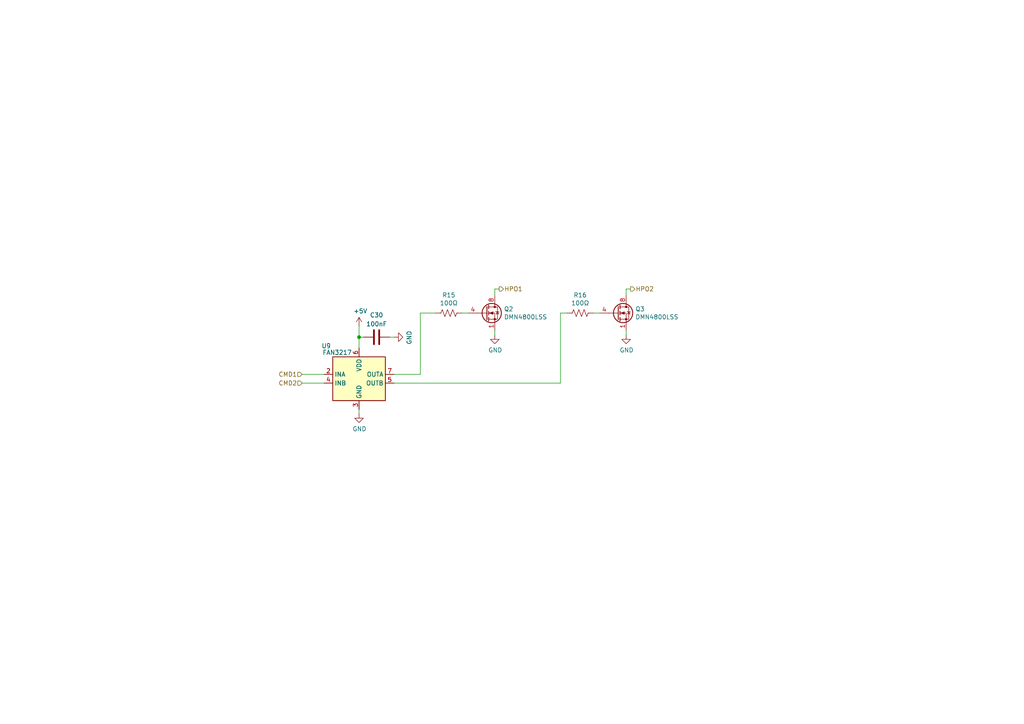
<source format=kicad_sch>
(kicad_sch (version 20231120) (generator "eeschema") (generator_version "8.0")
  (paper "A4")
  (title_block (title "High Power Outputs") (rev "1.1") (comment 2 "Released under CC BY-NC-SA license"))
  (lib_symbols
    (symbol "Device:C" (pin_numbers hide) (pin_names (offset 0.254))
      (property "Reference" "C" (at 0.635 2.54 0))
      (property "Value" "C" (at 0.635 -2.54 0))
      (symbol "C_0_1"
        (polyline (pts (xy -2.032 -0.762) (xy 2.032 -0.762)) (stroke (width 0.508)))
        (polyline (pts (xy -2.032 0.762) (xy 2.032 0.762)) (stroke (width 0.508)))
      )
      (symbol "C_1_1"
        (pin passive line (at 0 3.81 270) (length 2.794) (name "~") (number "1"))
        (pin passive line (at 0 -3.81 90) (length 2.794) (name "~") (number "2"))
      )
    )
    (symbol "Device:R_US" (pin_numbers hide) (pin_names (offset 0))
      (property "Reference" "R" (at 2.54 0 90))
      (property "Value" "R_US" (at -2.54 0 90))
      (symbol "R_US_0_1"
        (polyline (pts (xy 0 -2.286) (xy 0 -2.54)))
        (polyline (pts (xy 0 2.286) (xy 0 2.54)))
        (polyline (pts (xy 0 -0.762) (xy 1.016 -1.143) (xy 0 -1.524) (xy -1.016 -1.905) (xy 0 -2.286)))
        (polyline (pts (xy 0 0.762) (xy 1.016 0.381) (xy 0 0) (xy -1.016 -0.381) (xy 0 -0.762)))
        (polyline (pts (xy 0 2.286) (xy 1.016 1.905) (xy 0 1.524) (xy -1.016 1.143) (xy 0 0.762)))
      )
      (symbol "R_US_1_1"
        (pin passive line (at 0 3.81 270) (length 1.27) (name "~") (number "1"))
        (pin passive line (at 0 -3.81 90) (length 1.27) (name "~") (number "2"))
      )
    )
    (symbol "Nuovi_componenti:DMN4800LSS" (pin_names hide)
      (property "Reference" "Q" (at 5.08 2.54 0))
      (property "Value" "DMN4800LSS" (at 5.08 0 0))
      (symbol "DMN4800LSS_0_1"
        (polyline (pts (xy 0.254 0) (xy -2.54 0)))
        (polyline (pts (xy 0.254 1.905) (xy 0.254 -1.905)) (stroke (width 0.254)))
        (polyline (pts (xy 0.762 -1.27) (xy 0.762 -2.286)) (stroke (width 0.254)))
        (polyline (pts (xy 0.762 0.508) (xy 0.762 -0.508)) (stroke (width 0.254)))
        (polyline (pts (xy 0.762 2.286) (xy 0.762 1.27)) (stroke (width 0.254)))
        (polyline (pts (xy 2.54 2.54) (xy 2.54 1.778)))
        (polyline (pts (xy 2.54 -2.54) (xy 2.54 0) (xy 0.762 0)))
        (polyline (pts (xy 0.762 -1.778) (xy 3.302 -1.778) (xy 3.302 1.778) (xy 0.762 1.778)))
        (polyline (pts (xy 1.016 0) (xy 2.032 0.381) (xy 2.032 -0.381) (xy 1.016 0)) (fill (type outline)))
        (polyline (pts (xy 2.794 0.508) (xy 2.921 0.381) (xy 3.683 0.381) (xy 3.81 0.254)))
        (polyline (pts (xy 3.302 0.381) (xy 2.921 -0.254) (xy 3.683 -0.254) (xy 3.302 0.381)))
        (circle (center 1.651 0) (radius 2.794) (stroke (width 0.254)))
        (circle (center 2.54 -1.778) (radius 0.254) (fill (type outline)))
        (circle (center 2.54 1.778) (radius 0.254) (fill (type outline)))
      )
      (symbol "DMN4800LSS_1_1"
        (pin passive line (at 2.54 -5.08 90) (length 2.54) (name "S") (number "1"))
        (pin passive line (at 2.54 -5.08 90) (length 2.54) hide (name "S") (number "2"))
        (pin passive line (at 2.54 -5.08 90) (length 2.54) hide (name "S") (number "3"))
        (pin input line (at -5.08 0 0) (length 2.54) (name "G") (number "4"))
        (pin passive line (at 2.54 5.08 270) (length 2.54) hide (name "D") (number "5"))
        (pin passive line (at 2.54 5.08 270) (length 2.54) hide (name "D") (number "6"))
        (pin passive line (at 2.54 5.08 270) (length 2.54) hide (name "D") (number "7"))
        (pin passive line (at 2.54 5.08 270) (length 2.54) (name "D") (number "8"))
      )
    )
    (symbol "Nuovi_componenti:FAN3217"
      (property "Reference" "U" (at -2.54 13.97 0))
      (property "Value" "FAN3217" (at -2.54 11.43 0))
      (symbol "FAN3217_0_1"
        (rectangle (start -7.62 10.16) (end 7.62 -2.54) (stroke (width 0.254)) (fill (type background)))
      )
      (symbol "FAN3217_1_1"
        (pin input line (at -10.16 5.08 0) (length 2.54) (name "INA") (number "2"))
        (pin power_in line (at 0 -5.08 90) (length 2.54) (name "GND") (number "3"))
        (pin input line (at -10.16 2.54 0) (length 2.54) (name "INB") (number "4"))
        (pin output line (at 10.16 2.54 180) (length 2.54) (name "OUTB") (number "5"))
        (pin power_in line (at 0 12.7 270) (length 2.54) (name "VDD") (number "6"))
        (pin output line (at 10.16 5.08 180) (length 2.54) (name "OUTA") (number "7"))
      )
    )
    (symbol "power:+5V" (power) (pin_names (offset 0))
      (property "Value" "+5V" (at 0 3.556 0))
      (symbol "+5V_0_1"
        (polyline (pts (xy -0.762 1.27) (xy 0 2.54)))
        (polyline (pts (xy 0 0) (xy 0 2.54)))
        (polyline (pts (xy 0 2.54) (xy 0.762 1.27)))
      )
      (symbol "+5V_1_1"
        (pin power_in line (at 0 0 90) (length 0) hide (name "+5V") (number "1"))
      )
    )
    (symbol "power:GND" (power) (pin_names (offset 0))
      (property "Value" "GND" (at 0 -3.81 0))
      (symbol "GND_0_1"
        (polyline (pts (xy 0 0) (xy 0 -1.27) (xy 1.27 -1.27) (xy 0 -2.54) (xy -1.27 -1.27) (xy 0 -1.27)))
      )
      (symbol "GND_1_1"
        (pin power_in line (at 0 0 270) (length 0) hide (name "GND") (number "1"))
      )
    )
  )
  (junction (at 104.14 97.79))
  (wire (pts (xy 93.98 111.125) (xy 87.63 111.125)))
  (wire (pts (xy 143.51 95.885) (xy 143.51 97.155)))
  (wire (pts (xy 104.14 97.79) (xy 105.41 97.79)))
  (wire (pts (xy 121.92 90.805) (xy 126.365 90.805)))
  (wire (pts (xy 181.61 83.82) (xy 182.88 83.82)))
  (wire (pts (xy 162.56 90.805) (xy 164.465 90.805)))
  (wire (pts (xy 104.14 97.79) (xy 104.14 94.615)))
  (wire (pts (xy 181.61 83.82) (xy 181.61 85.725)))
  (wire (pts (xy 104.14 118.745) (xy 104.14 120.015)))
  (wire (pts (xy 104.14 100.965) (xy 104.14 97.79)))
  (wire (pts (xy 114.3 111.125) (xy 162.56 111.125)))
  (wire (pts (xy 181.61 95.885) (xy 181.61 97.155)))
  (wire (pts (xy 162.56 111.125) (xy 162.56 90.805)))
  (wire (pts (xy 144.78 83.82) (xy 143.51 83.82)))
  (wire (pts (xy 87.63 108.585) (xy 93.98 108.585)))
  (wire (pts (xy 143.51 83.82) (xy 143.51 85.725)))
  (wire (pts (xy 114.3 108.585) (xy 121.92 108.585)))
  (wire (pts (xy 172.085 90.805) (xy 173.99 90.805)))
  (wire (pts (xy 121.92 108.585) (xy 121.92 90.805)))
  (wire (pts (xy 113.03 97.79) (xy 114.3 97.79)))
  (wire (pts (xy 133.985 90.805) (xy 135.89 90.805)))
  (hierarchical_label "CMD1" (shape input) (at 87.63 108.585 180))
  (hierarchical_label "HPO2" (shape output) (at 182.88 83.82 0))
  (hierarchical_label "HPO1" (shape output) (at 144.78 83.82 0))
  (hierarchical_label "CMD2" (shape input) (at 87.63 111.125 180))
  (symbol (lib_id "Nuovi_componenti:DMN4800LSS") (at 140.97 90.805 0) (unit 1)
    (property "Reference" "Q2" (at 146.1516 89.6366 0) (effects (justify left)))
    (property "Value" "DMN4800LSS" (at 146.1516 91.948 0) (effects (justify left)))
    (property "Footprint" "Package_SO:SOIC-8_3.9x4.9mm_P1.27mm" (effects (hide yes)))
    (property "Datasheet" "https://www.diodes.com/assets/Datasheets/ds31736.pdf" (effects (hide yes)))
  )
  (symbol (lib_id "Nuovi_componenti:DMN4800LSS") (at 179.07 90.805 0) (unit 1)
    (property "Reference" "Q3" (at 184.2516 89.6366 0) (effects (justify left)))
    (property "Value" "DMN4800LSS" (at 184.2516 91.948 0) (effects (justify left)))
    (property "Footprint" "Package_SO:SOIC-8_3.9x4.9mm_P1.27mm" (effects (hide yes)))
    (property "Datasheet" "https://www.diodes.com/assets/Datasheets/ds31736.pdf" (effects (hide yes)))
  )
  (symbol (lib_id "Nuovi_componenti:FAN3217") (at 104.14 113.665 0) (unit 1)
    (property "Reference" "U9" (at 94.615 100.33 0))
    (property "Value" "FAN3217" (at 97.79 102.235 0))
    (property "Footprint" "Package_SO:SOIC-8_3.9x4.9mm_P1.27mm" (effects (hide yes)))
  )
  (symbol (lib_id "Device:R_US") (at 130.175 90.805 270) (unit 1)
    (property "Reference" "R15" (at 130.175 85.598 90))
    (property "Value" "100Ω" (at 130.175 87.9094 90))
    (property "Footprint" "Resistor_SMD:R_0603_1608Metric_Pad0.98x0.95mm_HandSolder" (effects (hide yes)))
  )
  (symbol (lib_id "power:GND") (at 143.51 97.155 0) (unit 1)
    (property "Reference" "#PWR059" (effects (hide yes)))
    (property "Value" "GND" (at 143.637 101.5492 0))
  )
  (symbol (lib_id "Device:R_US") (at 168.275 90.805 270) (unit 1)
    (property "Reference" "R16" (at 168.275 85.598 90))
    (property "Value" "100Ω" (at 168.275 87.9094 90))
    (property "Footprint" "Resistor_SMD:R_0603_1608Metric_Pad0.98x0.95mm_HandSolder" (effects (hide yes)))
  )
  (symbol (lib_id "power:GND") (at 181.61 97.155 0) (unit 1)
    (property "Reference" "#PWR060" (effects (hide yes)))
    (property "Value" "GND" (at 181.737 101.5492 0))
  )
  (symbol (lib_id "power:GND") (at 104.14 120.015 0) (unit 1)
    (property "Reference" "#PWR062" (effects (hide yes)))
    (property "Value" "GND" (at 104.267 124.4092 0))
  )
  (symbol (lib_id "Device:C") (at 109.22 97.79 90) (mirror x) (unit 1)
    (property "Reference" "C30" (at 109.22 91.3892 90))
    (property "Value" "100nF" (at 109.22 93.98 90))
    (property "Footprint" "Capacitor_SMD:C_0603_1608Metric_Pad1.08x0.95mm_HandSolder" (effects (hide yes)))
  )
  (symbol (lib_id "power:+5V") (at 104.14 94.615 0) (unit 1)
    (property "Reference" "#PWR058" (effects (hide yes)))
    (property "Value" "+5V" (at 104.521 90.2208 0))
  )
  (symbol (lib_id "power:GND") (at 114.3 97.79 90) (mirror x) (unit 1)
    (property "Reference" "#PWR061" (effects (hide yes)))
    (property "Value" "GND" (at 118.6942 97.917 0))
  )
)
</source>
